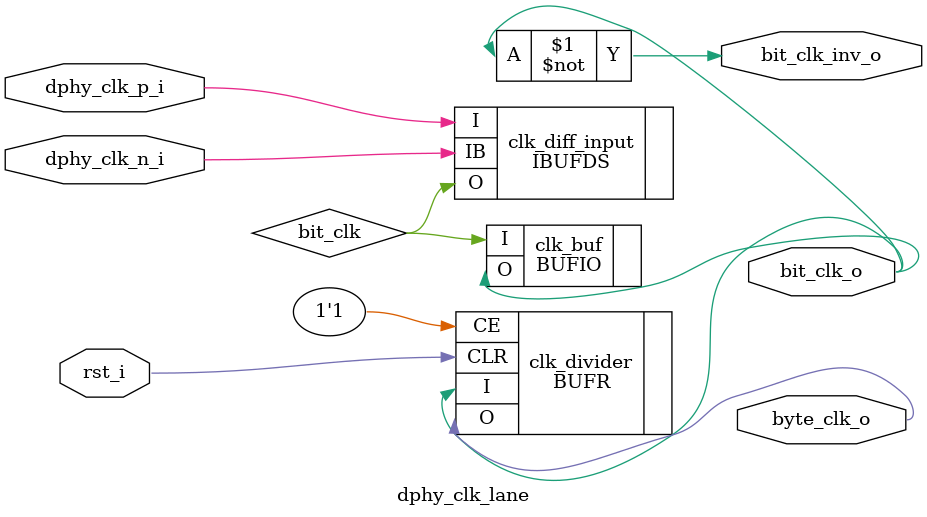
<source format=sv>
module dphy_clk_lane 
(
  input        dphy_clk_p_i,
  input        dphy_clk_n_i,
  input        rst_i,
  output logic bit_clk_o,
  output logic bit_clk_inv_o,
  output logic byte_clk_o
);

logic bit_clk;

IBUFDS #(
  .DIFF_TERM    ( 1            ),
  .IBUF_LOW_PWR ( 0            ),
  .IOSTANDARD   ( "DEFAULT"    )
) clk_diff_input (
  .O            ( bit_clk      ),
  .I            ( dphy_clk_p_i ),
  .IB           ( dphy_clk_n_i )
);

BUFIO clk_buf (
  .O ( bit_clk_o ),
  .I ( bit_clk   )
);

BUFR #(
  .BUFR_DIVIDE ( "4"         ),
  .SIM_DEVICE  ( "7SERIES"   )
) clk_divider (
  .O           ( byte_clk_o ),
  .CE          ( 1'b1       ),
  .CLR         ( rst_i      ),
  .I           ( bit_clk_o  )
);

assign bit_clk_inv_o = ~bit_clk_o;

endmodule

</source>
